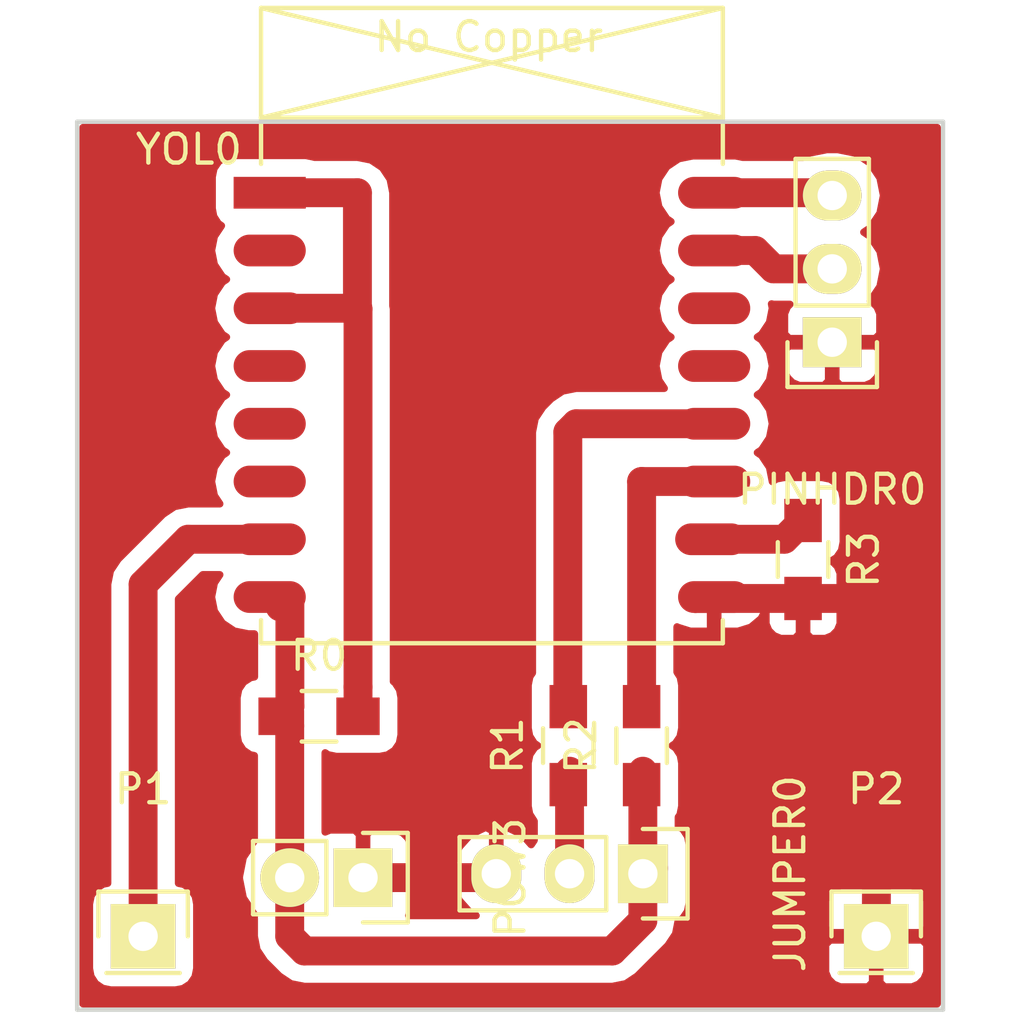
<source format=kicad_pcb>
(kicad_pcb (version 4) (host pcbnew 4.0.2-stable)

  (general
    (links 18)
    (no_connects 0)
    (area 156.924999 90.174999 187.075001 121.075001)
    (thickness 1.6)
    (drawings 4)
    (tracks 51)
    (zones 0)
    (modules 10)
    (nets 11)
  )

  (page A4)
  (layers
    (0 F.Cu signal)
    (31 B.Cu signal)
    (32 B.Adhes user)
    (33 F.Adhes user)
    (34 B.Paste user)
    (35 F.Paste user)
    (36 B.SilkS user)
    (37 F.SilkS user)
    (38 B.Mask user)
    (39 F.Mask user)
    (40 Dwgs.User user)
    (41 Cmts.User user)
    (42 Eco1.User user)
    (43 Eco2.User user)
    (44 Edge.Cuts user)
    (45 Margin user)
    (46 B.CrtYd user)
    (47 F.CrtYd user)
    (48 B.Fab user)
    (49 F.Fab user)
  )

  (setup
    (last_trace_width 1)
    (trace_clearance 0.6)
    (zone_clearance 0)
    (zone_45_only yes)
    (trace_min 1)
    (segment_width 0.2)
    (edge_width 0.15)
    (via_size 1)
    (via_drill 0.6)
    (via_min_size 1)
    (via_min_drill 0.6)
    (uvia_size 1)
    (uvia_drill 0.6)
    (uvias_allowed no)
    (uvia_min_size 1)
    (uvia_min_drill 0.6)
    (pcb_text_width 0.3)
    (pcb_text_size 1.5 1.5)
    (mod_edge_width 0.15)
    (mod_text_size 1 1)
    (mod_text_width 0.15)
    (pad_size 1.524 1.524)
    (pad_drill 0.762)
    (pad_to_mask_clearance 0.2)
    (aux_axis_origin 157 121)
    (grid_origin 179.096 118.46)
    (visible_elements FFFFFF7F)
    (pcbplotparams
      (layerselection 0x00030_ffffffff)
      (usegerberextensions false)
      (excludeedgelayer true)
      (linewidth 0.100000)
      (plotframeref false)
      (viasonmask false)
      (mode 1)
      (useauxorigin false)
      (hpglpennumber 1)
      (hpglpenspeed 20)
      (hpglpendiameter 15)
      (hpglpenoverlay 2)
      (psnegative false)
      (psa4output false)
      (plotreference true)
      (plotvalue true)
      (plotinvisibletext false)
      (padsonsilk false)
      (subtractmaskfromsilk false)
      (outputformat 1)
      (mirror false)
      (drillshape 1)
      (scaleselection 1)
      (outputdirectory ""))
  )

  (net 0 "")
  (net 1 +3V3)
  (net 2 "Net-(JUMPER0-Pad2)")
  (net 3 GND)
  (net 4 "Net-(PINHDR0-Pad2)")
  (net 5 "Net-(PINHDR0-Pad3)")
  (net 6 "Net-(R0-Pad2)")
  (net 7 "Net-(R1-Pad2)")
  (net 8 "Net-(R2-Pad2)")
  (net 9 "Net-(R3-Pad1)")
  (net 10 "Net-(P1-Pad1)")

  (net_class Default "This is the default net class."
    (clearance 0.6)
    (trace_width 1)
    (via_dia 1)
    (via_drill 0.6)
    (uvia_dia 1)
    (uvia_drill 0.6)
    (add_net +3V3)
    (add_net GND)
    (add_net "Net-(JUMPER0-Pad2)")
    (add_net "Net-(P1-Pad1)")
    (add_net "Net-(PINHDR0-Pad2)")
    (add_net "Net-(PINHDR0-Pad3)")
    (add_net "Net-(R0-Pad2)")
    (add_net "Net-(R1-Pad2)")
    (add_net "Net-(R2-Pad2)")
    (add_net "Net-(R3-Pad1)")
  )

  (module Pin_Headers:Pin_Header_Straight_1x03 (layer F.Cu) (tedit 0) (tstamp 576EFA0D)
    (at 176.6 116.292 270)
    (descr "Through hole pin header")
    (tags "pin header")
    (path /576EEEE2)
    (fp_text reference JUMPER0 (at 0 -5.1 270) (layer F.SilkS)
      (effects (font (size 1 1) (thickness 0.15)))
    )
    (fp_text value JUMPER3 (at 0 -3.1 270) (layer F.Fab)
      (effects (font (size 1 1) (thickness 0.15)))
    )
    (fp_line (start -1.75 -1.75) (end -1.75 6.85) (layer F.CrtYd) (width 0.05))
    (fp_line (start 1.75 -1.75) (end 1.75 6.85) (layer F.CrtYd) (width 0.05))
    (fp_line (start -1.75 -1.75) (end 1.75 -1.75) (layer F.CrtYd) (width 0.05))
    (fp_line (start -1.75 6.85) (end 1.75 6.85) (layer F.CrtYd) (width 0.05))
    (fp_line (start -1.27 1.27) (end -1.27 6.35) (layer F.SilkS) (width 0.15))
    (fp_line (start -1.27 6.35) (end 1.27 6.35) (layer F.SilkS) (width 0.15))
    (fp_line (start 1.27 6.35) (end 1.27 1.27) (layer F.SilkS) (width 0.15))
    (fp_line (start 1.55 -1.55) (end 1.55 0) (layer F.SilkS) (width 0.15))
    (fp_line (start 1.27 1.27) (end -1.27 1.27) (layer F.SilkS) (width 0.15))
    (fp_line (start -1.55 0) (end -1.55 -1.55) (layer F.SilkS) (width 0.15))
    (fp_line (start -1.55 -1.55) (end 1.55 -1.55) (layer F.SilkS) (width 0.15))
    (pad 1 thru_hole rect (at 0 0 270) (size 2.032 1.7272) (drill 1.016) (layers *.Cu *.Mask F.SilkS)
      (net 1 +3V3))
    (pad 2 thru_hole oval (at 0 2.54 270) (size 2.032 1.7272) (drill 1.016) (layers *.Cu *.Mask F.SilkS)
      (net 2 "Net-(JUMPER0-Pad2)"))
    (pad 3 thru_hole oval (at 0 5.08 270) (size 2.032 1.7272) (drill 1.016) (layers *.Cu *.Mask F.SilkS)
      (net 3 GND))
    (model Pin_Headers.3dshapes/Pin_Header_Straight_1x03.wrl
      (at (xyz 0 -0.1 0))
      (scale (xyz 1 1 1))
      (rotate (xyz 0 0 90))
    )
  )

  (module Pin_Headers:Pin_Header_Straight_1x03 (layer F.Cu) (tedit 0) (tstamp 576EFA14)
    (at 183.16 97.886 180)
    (descr "Through hole pin header")
    (tags "pin header")
    (path /576EF38A)
    (fp_text reference PINHDR0 (at 0 -5.1 180) (layer F.SilkS)
      (effects (font (size 1 1) (thickness 0.15)))
    )
    (fp_text value CONN_01X03 (at 0 -3.1 180) (layer F.Fab)
      (effects (font (size 1 1) (thickness 0.15)))
    )
    (fp_line (start -1.75 -1.75) (end -1.75 6.85) (layer F.CrtYd) (width 0.05))
    (fp_line (start 1.75 -1.75) (end 1.75 6.85) (layer F.CrtYd) (width 0.05))
    (fp_line (start -1.75 -1.75) (end 1.75 -1.75) (layer F.CrtYd) (width 0.05))
    (fp_line (start -1.75 6.85) (end 1.75 6.85) (layer F.CrtYd) (width 0.05))
    (fp_line (start -1.27 1.27) (end -1.27 6.35) (layer F.SilkS) (width 0.15))
    (fp_line (start -1.27 6.35) (end 1.27 6.35) (layer F.SilkS) (width 0.15))
    (fp_line (start 1.27 6.35) (end 1.27 1.27) (layer F.SilkS) (width 0.15))
    (fp_line (start 1.55 -1.55) (end 1.55 0) (layer F.SilkS) (width 0.15))
    (fp_line (start 1.27 1.27) (end -1.27 1.27) (layer F.SilkS) (width 0.15))
    (fp_line (start -1.55 0) (end -1.55 -1.55) (layer F.SilkS) (width 0.15))
    (fp_line (start -1.55 -1.55) (end 1.55 -1.55) (layer F.SilkS) (width 0.15))
    (pad 1 thru_hole rect (at 0 0 180) (size 2.032 1.7272) (drill 1.016) (layers *.Cu *.Mask F.SilkS)
      (net 3 GND))
    (pad 2 thru_hole oval (at 0 2.54 180) (size 2.032 1.7272) (drill 1.016) (layers *.Cu *.Mask F.SilkS)
      (net 4 "Net-(PINHDR0-Pad2)"))
    (pad 3 thru_hole oval (at 0 5.08 180) (size 2.032 1.7272) (drill 1.016) (layers *.Cu *.Mask F.SilkS)
      (net 5 "Net-(PINHDR0-Pad3)"))
    (model Pin_Headers.3dshapes/Pin_Header_Straight_1x03.wrl
      (at (xyz 0 -0.1 0))
      (scale (xyz 1 1 1))
      (rotate (xyz 0 0 90))
    )
  )

  (module Resistors_SMD:R_0805_HandSoldering (layer F.Cu) (tedit 54189DEE) (tstamp 576EFA1A)
    (at 165.38 110.84)
    (descr "Resistor SMD 0805, hand soldering")
    (tags "resistor 0805")
    (path /576EEFC6)
    (attr smd)
    (fp_text reference R0 (at 0 -2.1) (layer F.SilkS)
      (effects (font (size 1 1) (thickness 0.15)))
    )
    (fp_text value 22k (at 0 2.1) (layer F.Fab)
      (effects (font (size 1 1) (thickness 0.15)))
    )
    (fp_line (start -2.4 -1) (end 2.4 -1) (layer F.CrtYd) (width 0.05))
    (fp_line (start -2.4 1) (end 2.4 1) (layer F.CrtYd) (width 0.05))
    (fp_line (start -2.4 -1) (end -2.4 1) (layer F.CrtYd) (width 0.05))
    (fp_line (start 2.4 -1) (end 2.4 1) (layer F.CrtYd) (width 0.05))
    (fp_line (start 0.6 0.875) (end -0.6 0.875) (layer F.SilkS) (width 0.15))
    (fp_line (start -0.6 -0.875) (end 0.6 -0.875) (layer F.SilkS) (width 0.15))
    (pad 1 smd rect (at -1.35 0) (size 1.5 1.3) (layers F.Cu F.Paste F.Mask)
      (net 1 +3V3))
    (pad 2 smd rect (at 1.35 0) (size 1.5 1.3) (layers F.Cu F.Paste F.Mask)
      (net 6 "Net-(R0-Pad2)"))
    (model Resistors_SMD.3dshapes/R_0805_HandSoldering.wrl
      (at (xyz 0 0 0))
      (scale (xyz 1 1 1))
      (rotate (xyz 0 0 0))
    )
  )

  (module Resistors_SMD:R_0805_HandSoldering (layer F.Cu) (tedit 54189DEE) (tstamp 576EFA20)
    (at 174.016 111.856 90)
    (descr "Resistor SMD 0805, hand soldering")
    (tags "resistor 0805")
    (path /576EF2B5)
    (attr smd)
    (fp_text reference R1 (at 0 -2.1 90) (layer F.SilkS)
      (effects (font (size 1 1) (thickness 0.15)))
    )
    (fp_text value 22k (at 0 2.1 90) (layer F.Fab)
      (effects (font (size 1 1) (thickness 0.15)))
    )
    (fp_line (start -2.4 -1) (end 2.4 -1) (layer F.CrtYd) (width 0.05))
    (fp_line (start -2.4 1) (end 2.4 1) (layer F.CrtYd) (width 0.05))
    (fp_line (start -2.4 -1) (end -2.4 1) (layer F.CrtYd) (width 0.05))
    (fp_line (start 2.4 -1) (end 2.4 1) (layer F.CrtYd) (width 0.05))
    (fp_line (start 0.6 0.875) (end -0.6 0.875) (layer F.SilkS) (width 0.15))
    (fp_line (start -0.6 -0.875) (end 0.6 -0.875) (layer F.SilkS) (width 0.15))
    (pad 1 smd rect (at -1.35 0 90) (size 1.5 1.3) (layers F.Cu F.Paste F.Mask)
      (net 2 "Net-(JUMPER0-Pad2)"))
    (pad 2 smd rect (at 1.35 0 90) (size 1.5 1.3) (layers F.Cu F.Paste F.Mask)
      (net 7 "Net-(R1-Pad2)"))
    (model Resistors_SMD.3dshapes/R_0805_HandSoldering.wrl
      (at (xyz 0 0 0))
      (scale (xyz 1 1 1))
      (rotate (xyz 0 0 0))
    )
  )

  (module Resistors_SMD:R_0805_HandSoldering (layer F.Cu) (tedit 54189DEE) (tstamp 576EFA26)
    (at 176.556 111.856 90)
    (descr "Resistor SMD 0805, hand soldering")
    (tags "resistor 0805")
    (path /576EFEF6)
    (attr smd)
    (fp_text reference R2 (at 0 -2.1 90) (layer F.SilkS)
      (effects (font (size 1 1) (thickness 0.15)))
    )
    (fp_text value R (at 0 2.1 90) (layer F.Fab)
      (effects (font (size 1 1) (thickness 0.15)))
    )
    (fp_line (start -2.4 -1) (end 2.4 -1) (layer F.CrtYd) (width 0.05))
    (fp_line (start -2.4 1) (end 2.4 1) (layer F.CrtYd) (width 0.05))
    (fp_line (start -2.4 -1) (end -2.4 1) (layer F.CrtYd) (width 0.05))
    (fp_line (start 2.4 -1) (end 2.4 1) (layer F.CrtYd) (width 0.05))
    (fp_line (start 0.6 0.875) (end -0.6 0.875) (layer F.SilkS) (width 0.15))
    (fp_line (start -0.6 -0.875) (end 0.6 -0.875) (layer F.SilkS) (width 0.15))
    (pad 1 smd rect (at -1.35 0 90) (size 1.5 1.3) (layers F.Cu F.Paste F.Mask)
      (net 1 +3V3))
    (pad 2 smd rect (at 1.35 0 90) (size 1.5 1.3) (layers F.Cu F.Paste F.Mask)
      (net 8 "Net-(R2-Pad2)"))
    (model Resistors_SMD.3dshapes/R_0805_HandSoldering.wrl
      (at (xyz 0 0 0))
      (scale (xyz 1 1 1))
      (rotate (xyz 0 0 0))
    )
  )

  (module Resistors_SMD:R_0805_HandSoldering (layer F.Cu) (tedit 54189DEE) (tstamp 576EFA2C)
    (at 182.15 105.41 270)
    (descr "Resistor SMD 0805, hand soldering")
    (tags "resistor 0805")
    (path /576F00C3)
    (attr smd)
    (fp_text reference R3 (at 0 -2.1 270) (layer F.SilkS)
      (effects (font (size 1 1) (thickness 0.15)))
    )
    (fp_text value R (at 0 2.1 270) (layer F.Fab)
      (effects (font (size 1 1) (thickness 0.15)))
    )
    (fp_line (start -2.4 -1) (end 2.4 -1) (layer F.CrtYd) (width 0.05))
    (fp_line (start -2.4 1) (end 2.4 1) (layer F.CrtYd) (width 0.05))
    (fp_line (start -2.4 -1) (end -2.4 1) (layer F.CrtYd) (width 0.05))
    (fp_line (start 2.4 -1) (end 2.4 1) (layer F.CrtYd) (width 0.05))
    (fp_line (start 0.6 0.875) (end -0.6 0.875) (layer F.SilkS) (width 0.15))
    (fp_line (start -0.6 -0.875) (end 0.6 -0.875) (layer F.SilkS) (width 0.15))
    (pad 1 smd rect (at -1.35 0 270) (size 1.5 1.3) (layers F.Cu F.Paste F.Mask)
      (net 9 "Net-(R3-Pad1)"))
    (pad 2 smd rect (at 1.35 0 270) (size 1.5 1.3) (layers F.Cu F.Paste F.Mask)
      (net 3 GND))
    (model Resistors_SMD.3dshapes/R_0805_HandSoldering.wrl
      (at (xyz 0 0 0))
      (scale (xyz 1 1 1))
      (rotate (xyz 0 0 0))
    )
  )

  (module Pin_Headers:Pin_Header_Straight_1x02 (layer F.Cu) (tedit 54EA090C) (tstamp 576EFF02)
    (at 166.904 116.428 270)
    (descr "Through hole pin header")
    (tags "pin header")
    (path /576F09F5)
    (fp_text reference POW3 (at 0 -5.1 270) (layer F.SilkS)
      (effects (font (size 1 1) (thickness 0.15)))
    )
    (fp_text value CONN_01X02 (at 0 -3.1 270) (layer F.Fab)
      (effects (font (size 1 1) (thickness 0.15)))
    )
    (fp_line (start 1.27 1.27) (end 1.27 3.81) (layer F.SilkS) (width 0.15))
    (fp_line (start 1.55 -1.55) (end 1.55 0) (layer F.SilkS) (width 0.15))
    (fp_line (start -1.75 -1.75) (end -1.75 4.3) (layer F.CrtYd) (width 0.05))
    (fp_line (start 1.75 -1.75) (end 1.75 4.3) (layer F.CrtYd) (width 0.05))
    (fp_line (start -1.75 -1.75) (end 1.75 -1.75) (layer F.CrtYd) (width 0.05))
    (fp_line (start -1.75 4.3) (end 1.75 4.3) (layer F.CrtYd) (width 0.05))
    (fp_line (start 1.27 1.27) (end -1.27 1.27) (layer F.SilkS) (width 0.15))
    (fp_line (start -1.55 0) (end -1.55 -1.55) (layer F.SilkS) (width 0.15))
    (fp_line (start -1.55 -1.55) (end 1.55 -1.55) (layer F.SilkS) (width 0.15))
    (fp_line (start -1.27 1.27) (end -1.27 3.81) (layer F.SilkS) (width 0.15))
    (fp_line (start -1.27 3.81) (end 1.27 3.81) (layer F.SilkS) (width 0.15))
    (pad 1 thru_hole rect (at 0 0 270) (size 2.032 2.032) (drill 1.016) (layers *.Cu *.Mask F.SilkS)
      (net 3 GND))
    (pad 2 thru_hole oval (at 0 2.54 270) (size 2.032 2.032) (drill 1.016) (layers *.Cu *.Mask F.SilkS)
      (net 1 +3V3))
    (model Pin_Headers.3dshapes/Pin_Header_Straight_1x02.wrl
      (at (xyz 0 -0.05 0))
      (scale (xyz 1 1 1))
      (rotate (xyz 0 0 90))
    )
  )

  (module Pin_Headers:Pin_Header_Straight_1x01 (layer F.Cu) (tedit 54EA08DC) (tstamp 576F00C0)
    (at 159.284 118.46)
    (descr "Through hole pin header")
    (tags "pin header")
    (path /576F0E65)
    (fp_text reference P1 (at 0 -5.1) (layer F.SilkS)
      (effects (font (size 1 1) (thickness 0.15)))
    )
    (fp_text value CONN_01X01 (at 0 -3.1) (layer F.Fab)
      (effects (font (size 1 1) (thickness 0.15)))
    )
    (fp_line (start 1.55 -1.55) (end 1.55 0) (layer F.SilkS) (width 0.15))
    (fp_line (start -1.75 -1.75) (end -1.75 1.75) (layer F.CrtYd) (width 0.05))
    (fp_line (start 1.75 -1.75) (end 1.75 1.75) (layer F.CrtYd) (width 0.05))
    (fp_line (start -1.75 -1.75) (end 1.75 -1.75) (layer F.CrtYd) (width 0.05))
    (fp_line (start -1.75 1.75) (end 1.75 1.75) (layer F.CrtYd) (width 0.05))
    (fp_line (start -1.55 0) (end -1.55 -1.55) (layer F.SilkS) (width 0.15))
    (fp_line (start -1.55 -1.55) (end 1.55 -1.55) (layer F.SilkS) (width 0.15))
    (fp_line (start -1.27 1.27) (end 1.27 1.27) (layer F.SilkS) (width 0.15))
    (pad 1 thru_hole rect (at 0 0) (size 2.2352 2.2352) (drill 1.016) (layers *.Cu *.Mask F.SilkS)
      (net 10 "Net-(P1-Pad1)"))
    (model Pin_Headers.3dshapes/Pin_Header_Straight_1x01.wrl
      (at (xyz 0 0 0))
      (scale (xyz 1 1 1))
      (rotate (xyz 0 0 90))
    )
  )

  (module Pin_Headers:Pin_Header_Straight_1x01 (layer F.Cu) (tedit 54EA08DC) (tstamp 576F00C5)
    (at 184.684 118.46)
    (descr "Through hole pin header")
    (tags "pin header")
    (path /576F0F21)
    (fp_text reference P2 (at 0 -5.1) (layer F.SilkS)
      (effects (font (size 1 1) (thickness 0.15)))
    )
    (fp_text value CONN_01X01 (at 0 -3.1) (layer F.Fab)
      (effects (font (size 1 1) (thickness 0.15)))
    )
    (fp_line (start 1.55 -1.55) (end 1.55 0) (layer F.SilkS) (width 0.15))
    (fp_line (start -1.75 -1.75) (end -1.75 1.75) (layer F.CrtYd) (width 0.05))
    (fp_line (start 1.75 -1.75) (end 1.75 1.75) (layer F.CrtYd) (width 0.05))
    (fp_line (start -1.75 -1.75) (end 1.75 -1.75) (layer F.CrtYd) (width 0.05))
    (fp_line (start -1.75 1.75) (end 1.75 1.75) (layer F.CrtYd) (width 0.05))
    (fp_line (start -1.55 0) (end -1.55 -1.55) (layer F.SilkS) (width 0.15))
    (fp_line (start -1.55 -1.55) (end 1.55 -1.55) (layer F.SilkS) (width 0.15))
    (fp_line (start -1.27 1.27) (end 1.27 1.27) (layer F.SilkS) (width 0.15))
    (pad 1 thru_hole rect (at 0 0) (size 2.2352 2.2352) (drill 1.016) (layers *.Cu *.Mask F.SilkS)
      (net 3 GND))
    (model Pin_Headers.3dshapes/Pin_Header_Straight_1x01.wrl
      (at (xyz 0 0 0))
      (scale (xyz 1 1 1))
      (rotate (xyz 0 0 90))
    )
  )

  (module ESP8266SMD:ESP-07v2_smd (layer F.Cu) (tedit 576FBDD6) (tstamp 576FC1CB)
    (at 164.37 92.71)
    (descr "Module, ESP-8266, ESP-07v2, 16 pad, SMD")
    (tags "Module ESP-8266 ESP8266")
    (path /576EECF6)
    (fp_text reference YOL0 (at -3.5 -1.5) (layer F.SilkS)
      (effects (font (size 1 1) (thickness 0.15)))
    )
    (fp_text value ESP-07v2 (at 7.25 2.25) (layer F.Fab)
      (effects (font (size 1 1) (thickness 0.15)))
    )
    (fp_line (start -2.25 -0.5) (end -2.25 -6.65) (layer F.CrtYd) (width 0.05))
    (fp_line (start -2.25 -6.65) (end 16.25 -6.65) (layer F.CrtYd) (width 0.05))
    (fp_line (start 16.25 -6.65) (end 16.25 16) (layer F.CrtYd) (width 0.05))
    (fp_line (start 16.25 16) (end -2.25 16) (layer F.CrtYd) (width 0.05))
    (fp_line (start -2.25 16) (end -2.25 -0.5) (layer F.CrtYd) (width 0.05))
    (fp_line (start -1 -6.4) (end 15 -6.4) (layer F.SilkS) (width 0.1524))
    (fp_line (start 15 -6.4) (end 15 -1) (layer F.SilkS) (width 0.1524))
    (fp_line (start -1 -6.4) (end -1 -1) (layer F.SilkS) (width 0.1524))
    (fp_line (start -1 14.8) (end -1 15.6) (layer F.SilkS) (width 0.1524))
    (fp_line (start -1 15.6) (end 15 15.6) (layer F.SilkS) (width 0.1524))
    (fp_line (start 15 15.6) (end 15 14.8) (layer F.SilkS) (width 0.1524))
    (fp_line (start 15 -6.4) (end -1 -2.6) (layer F.SilkS) (width 0.1524))
    (fp_line (start -1 -6.4) (end 15 -2.6) (layer F.SilkS) (width 0.1524))
    (fp_text user "No Copper" (at 6.892 -5.4) (layer F.SilkS)
      (effects (font (size 1 1) (thickness 0.15)))
    )
    (fp_line (start -1.008 -2.6) (end 14.992 -2.6) (layer F.SilkS) (width 0.1524))
    (fp_line (start 15 -6.4) (end 15 15.6) (layer F.Fab) (width 0.05))
    (fp_line (start 15 15.6) (end -1 15.6) (layer F.Fab) (width 0.05))
    (fp_line (start -1.008 15.6) (end -1.008 -6.4) (layer F.Fab) (width 0.05))
    (fp_line (start -1 -6.4) (end 15 -6.4) (layer F.Fab) (width 0.05))
    (pad 1 smd rect (at 0 0) (size 2.5 1.1) (drill (offset -0.7 0)) (layers F.Cu F.Paste F.Mask)
      (net 6 "Net-(R0-Pad2)"))
    (pad 2 smd oval (at 0 2) (size 2.5 1.1) (drill (offset -0.7 0)) (layers F.Cu F.Paste F.Mask))
    (pad 3 smd oval (at 0 4) (size 2.5 1.1) (drill (offset -0.7 0)) (layers F.Cu F.Paste F.Mask)
      (net 6 "Net-(R0-Pad2)"))
    (pad 4 smd oval (at 0 6) (size 2.5 1.1) (drill (offset -0.7 0)) (layers F.Cu F.Paste F.Mask))
    (pad 5 smd oval (at 0 8) (size 2.5 1.1) (drill (offset -0.7 0)) (layers F.Cu F.Paste F.Mask))
    (pad 6 smd oval (at 0 10) (size 2.5 1.1) (drill (offset -0.7 0)) (layers F.Cu F.Paste F.Mask))
    (pad 7 smd oval (at 0 12) (size 2.5 1.1) (drill (offset -0.7 0)) (layers F.Cu F.Paste F.Mask)
      (net 10 "Net-(P1-Pad1)"))
    (pad 8 smd oval (at 0 14) (size 2.5 1.1) (drill (offset -0.7 0)) (layers F.Cu F.Paste F.Mask)
      (net 1 +3V3))
    (pad 9 smd oval (at 14 14) (size 2.5 1.1) (drill (offset 0.7 0)) (layers F.Cu F.Paste F.Mask)
      (net 3 GND))
    (pad 10 smd oval (at 14 12) (size 2.5 1.1) (drill (offset 0.6 0)) (layers F.Cu F.Paste F.Mask)
      (net 9 "Net-(R3-Pad1)"))
    (pad 11 smd oval (at 14 10) (size 2.5 1.1) (drill (offset 0.7 0)) (layers F.Cu F.Paste F.Mask)
      (net 8 "Net-(R2-Pad2)"))
    (pad 12 smd oval (at 14 8) (size 2.5 1.1) (drill (offset 0.7 0)) (layers F.Cu F.Paste F.Mask)
      (net 7 "Net-(R1-Pad2)"))
    (pad 13 smd oval (at 14 6) (size 2.5 1.1) (drill (offset 0.7 0)) (layers F.Cu F.Paste F.Mask))
    (pad 14 smd oval (at 14 4) (size 2.5 1.1) (drill (offset 0.7 0)) (layers F.Cu F.Paste F.Mask))
    (pad 15 smd oval (at 14 2) (size 2.5 1.1) (drill (offset 0.7 0)) (layers F.Cu F.Paste F.Mask)
      (net 4 "Net-(PINHDR0-Pad2)"))
    (pad 16 smd oval (at 14 0) (size 2.5 1.1) (drill (offset 0.7 0)) (layers F.Cu F.Paste F.Mask)
      (net 5 "Net-(PINHDR0-Pad3)"))
    (model ${ESPLIB}/ESP8266.3dshapes/ESP-07v2.wrl
      (at (xyz 0 0 0))
      (scale (xyz 0.3937 0.3937 0.3937))
      (rotate (xyz 0 0 0))
    )
  )

  (gr_line (start 157 90.25) (end 157 121) (angle 90) (layer Edge.Cuts) (width 0.15))
  (gr_line (start 187 90.25) (end 187 121) (angle 90) (layer Edge.Cuts) (width 0.15))
  (gr_line (start 187 90.25) (end 157 90.25) (angle 90) (layer Edge.Cuts) (width 0.15))
  (gr_line (start 157 121) (end 187 121) (angle 90) (layer Edge.Cuts) (width 0.15))

  (segment (start 164.364 116.428) (end 164.364 118.46) (width 1) (layer F.Cu) (net 1))
  (segment (start 176.6 117.908) (end 176.6 116.292) (width 1) (layer F.Cu) (net 1) (tstamp 576FBC3D))
  (segment (start 175.54 118.968) (end 176.6 117.908) (width 1) (layer F.Cu) (net 1) (tstamp 576FBC3A))
  (segment (start 164.872 118.968) (end 175.54 118.968) (width 1) (layer F.Cu) (net 1) (tstamp 576FBC31))
  (segment (start 164.364 118.46) (end 164.872 118.968) (width 1) (layer F.Cu) (net 1) (tstamp 576FBC30))
  (segment (start 164.364 116.428) (end 164.364 110.666) (width 1) (layer F.Cu) (net 1))
  (segment (start 164.364 111.174) (end 164.03 110.84) (width 1) (layer F.Cu) (net 1) (tstamp 576FBB41))
  (segment (start 164.37 106.71) (end 164.37 110.5) (width 1) (layer F.Cu) (net 1))
  (segment (start 164.37 110.5) (end 164.03 110.84) (width 1) (layer F.Cu) (net 1) (tstamp 576FBB3D))
  (segment (start 164.03 107.05) (end 164.37 106.71) (width 1) (layer F.Cu) (net 1) (tstamp 576FB5A0))
  (segment (start 176.97 116.102) (end 176.94 116.132) (width 1) (layer F.Cu) (net 1) (tstamp 576F0744) (status 30))
  (segment (start 176.6 116.292) (end 176.6 112.742) (width 1) (layer F.Cu) (net 1))
  (segment (start 176.6 113.25) (end 176.556 113.206) (width 1) (layer F.Cu) (net 1) (tstamp 576FB2B3))
  (segment (start 176.97 116.102) (end 176.94 116.132) (width 0.25) (layer F.Cu) (net 1) (tstamp 576F012E) (status 30))
  (segment (start 164.37 116.332) (end 164.37 116.862) (width 1) (layer F.Cu) (net 1))
  (segment (start 164.21 116.492) (end 164.37 116.332) (width 1) (layer F.Cu) (net 1) (tstamp 576F05B3))
  (segment (start 174.06 116.292) (end 174.06 112.742) (width 1) (layer F.Cu) (net 2))
  (segment (start 174.06 113.25) (end 174.016 113.206) (width 1) (layer F.Cu) (net 2) (tstamp 576FB2AF))
  (segment (start 182.15 106.76) (end 178.42 106.76) (width 1) (layer F.Cu) (net 3))
  (segment (start 178.42 106.76) (end 178.37 106.71) (width 1) (layer F.Cu) (net 3) (tstamp 576FC276))
  (segment (start 182.15 106.76) (end 184.684 106.76) (width 1) (layer F.Cu) (net 3))
  (segment (start 184.684 106.76) (end 184.734 106.76) (width 1) (layer F.Cu) (net 3) (tstamp 576FC28F))
  (segment (start 184.734 106.76) (end 184.75 106.776) (width 1) (layer F.Cu) (net 3) (tstamp 576FBAB6))
  (segment (start 184.684 118.46) (end 184.75 106.776) (width 1) (layer F.Cu) (net 3) (status 10))
  (segment (start 166.904 116.428) (end 171.384 116.428) (width 1) (layer F.Cu) (net 3))
  (segment (start 171.384 116.428) (end 171.52 116.292) (width 1) (layer F.Cu) (net 3) (tstamp 576FB59C))
  (segment (start 184.434 118.21) (end 184.684 118.46) (width 1) (layer F.Cu) (net 3) (tstamp 576F0BF3) (status 30))
  (segment (start 178.42 106.76) (end 178.37 106.71) (width 1) (layer F.Cu) (net 3) (tstamp 576F0741))
  (segment (start 182.1 106.71) (end 182.15 106.76) (width 0.25) (layer F.Cu) (net 3) (tstamp 576F0129))
  (segment (start 178.37 94.71) (end 180.492 94.71) (width 1) (layer F.Cu) (net 4))
  (segment (start 181.128 95.346) (end 183.16 95.346) (width 1) (layer F.Cu) (net 4) (tstamp 576FC29D))
  (segment (start 180.492 94.71) (end 181.128 95.346) (width 1) (layer F.Cu) (net 4) (tstamp 576FC29C))
  (segment (start 178.37 92.71) (end 183.064 92.71) (width 1) (layer F.Cu) (net 5))
  (segment (start 183.064 92.71) (end 183.16 92.806) (width 1) (layer F.Cu) (net 5) (tstamp 576FC295))
  (segment (start 166.73 110.84) (end 166.73 109.824) (width 1) (layer F.Cu) (net 6))
  (segment (start 166.73 96.73) (end 166.71 96.71) (width 1) (layer F.Cu) (net 6) (tstamp 576FB5A3))
  (segment (start 166.73 109.824) (end 166.73 96.73) (width 1) (layer F.Cu) (net 6))
  (segment (start 164.37 92.71) (end 166.71 92.71) (width 1) (layer F.Cu) (net 6))
  (segment (start 166.71 92.71) (end 166.71 96.71) (width 1) (layer F.Cu) (net 6) (tstamp 576F0975))
  (segment (start 164.37 96.71) (end 166.71 96.71) (width 1) (layer F.Cu) (net 6))
  (segment (start 178.37 100.71) (end 174.29 100.71) (width 1) (layer F.Cu) (net 7))
  (segment (start 174.29 100.71) (end 174 101) (width 1) (layer F.Cu) (net 7) (tstamp 576F08EC))
  (segment (start 174 101) (end 174 110.65) (width 1) (layer F.Cu) (net 7) (tstamp 576F08F0))
  (segment (start 176.556 110.506) (end 176.556 102.712) (width 1) (layer F.Cu) (net 8))
  (segment (start 176.558 102.71) (end 178.37 102.71) (width 1) (layer F.Cu) (net 8) (tstamp 576FB279))
  (segment (start 176.556 102.712) (end 176.558 102.71) (width 1) (layer F.Cu) (net 8) (tstamp 576FB278))
  (segment (start 178.37 104.71) (end 181.5 104.71) (width 1) (layer F.Cu) (net 9))
  (segment (start 181.5 104.71) (end 182.15 104.06) (width 1) (layer F.Cu) (net 9) (tstamp 576F073E))
  (segment (start 164.37 104.71) (end 160.842 104.71) (width 1) (layer F.Cu) (net 10))
  (segment (start 159.284 106.268) (end 159.284 118.46) (width 1) (layer F.Cu) (net 10) (tstamp 576FC2D3))
  (segment (start 160.842 104.71) (end 159.284 106.268) (width 1) (layer F.Cu) (net 10) (tstamp 576FC2D2))

  (zone (net 3) (net_name GND) (layer F.Cu) (tstamp 576FAD94) (hatch edge 0.508)
    (connect_pads (clearance 0))
    (min_thickness 0.254)
    (fill yes (arc_segments 16) (thermal_gap 0.508) (thermal_bridge_width 0.508))
    (polygon
      (pts
        (xy 188.5 121.5) (xy 155.5 121.5) (xy 156 89) (xy 188.5 89) (xy 188.5 121.5)
      )
    )
    (filled_polygon
      (pts
        (xy 186.798 120.798) (xy 157.202 120.798) (xy 157.202 117.3424) (xy 157.425158 117.3424) (xy 157.425158 119.5776)
        (xy 157.475851 119.84701) (xy 157.635072 120.094446) (xy 157.878015 120.260443) (xy 158.1664 120.318842) (xy 160.4016 120.318842)
        (xy 160.67101 120.268149) (xy 160.918446 120.108928) (xy 161.084443 119.865985) (xy 161.142842 119.5776) (xy 161.142842 117.3424)
        (xy 161.092149 117.07299) (xy 160.932928 116.825554) (xy 160.689985 116.659557) (xy 160.511 116.623312) (xy 160.511 106.77624)
        (xy 161.35024 105.937) (xy 161.941446 105.937) (xy 161.751474 106.221313) (xy 161.654268 106.71) (xy 161.751474 107.198687)
        (xy 162.028293 107.612975) (xy 162.442581 107.889794) (xy 162.931268 107.987) (xy 163.143 107.987) (xy 163.143 109.474536)
        (xy 163.01059 109.499451) (xy 162.763154 109.658672) (xy 162.597157 109.901615) (xy 162.538758 110.19) (xy 162.538758 111.49)
        (xy 162.589451 111.75941) (xy 162.748672 112.006846) (xy 162.991615 112.172843) (xy 163.137 112.202284) (xy 163.137 115.1577)
        (xy 163.131513 115.161366) (xy 162.753678 115.726836) (xy 162.621 116.393853) (xy 162.621 116.462147) (xy 162.753678 117.129164)
        (xy 163.131513 117.694634) (xy 163.137 117.6983) (xy 163.137 118.46) (xy 163.2304 118.929553) (xy 163.49638 119.32762)
        (xy 164.00438 119.83562) (xy 164.402447 120.1016) (xy 164.872 120.195) (xy 175.54 120.195) (xy 176.009553 120.1016)
        (xy 176.40762 119.83562) (xy 177.46762 118.77562) (xy 177.487578 118.74575) (xy 182.9314 118.74575) (xy 182.9314 119.70391)
        (xy 183.028073 119.937299) (xy 183.206702 120.115927) (xy 183.440091 120.2126) (xy 184.39825 120.2126) (xy 184.557 120.05385)
        (xy 184.557 118.587) (xy 184.811 118.587) (xy 184.811 120.05385) (xy 184.96975 120.2126) (xy 185.927909 120.2126)
        (xy 186.161298 120.115927) (xy 186.339927 119.937299) (xy 186.4366 119.70391) (xy 186.4366 118.74575) (xy 186.27785 118.587)
        (xy 184.811 118.587) (xy 184.557 118.587) (xy 183.09015 118.587) (xy 182.9314 118.74575) (xy 177.487578 118.74575)
        (xy 177.7336 118.377553) (xy 177.820141 117.942482) (xy 177.980446 117.839328) (xy 178.146443 117.596385) (xy 178.204842 117.308)
        (xy 178.204842 117.21609) (xy 182.9314 117.21609) (xy 182.9314 118.17425) (xy 183.09015 118.333) (xy 184.557 118.333)
        (xy 184.557 116.86615) (xy 184.811 116.86615) (xy 184.811 118.333) (xy 186.27785 118.333) (xy 186.4366 118.17425)
        (xy 186.4366 117.21609) (xy 186.339927 116.982701) (xy 186.161298 116.804073) (xy 185.927909 116.7074) (xy 184.96975 116.7074)
        (xy 184.811 116.86615) (xy 184.557 116.86615) (xy 184.39825 116.7074) (xy 183.440091 116.7074) (xy 183.206702 116.804073)
        (xy 183.028073 116.982701) (xy 182.9314 117.21609) (xy 178.204842 117.21609) (xy 178.204842 115.276) (xy 178.154149 115.00659)
        (xy 177.994928 114.759154) (xy 177.827 114.644413) (xy 177.827 114.334895) (xy 177.888843 114.244385) (xy 177.947242 113.956)
        (xy 177.947242 112.456) (xy 177.896549 112.18659) (xy 177.737328 111.939154) (xy 177.61587 111.856165) (xy 177.722846 111.787328)
        (xy 177.888843 111.544385) (xy 177.947242 111.256) (xy 177.947242 109.756) (xy 177.896549 109.48659) (xy 177.783 109.31013)
        (xy 177.783 107.742677) (xy 177.799187 107.756196) (xy 178.243 107.895) (xy 178.943 107.895) (xy 178.943 106.837)
        (xy 179.197 106.837) (xy 179.197 107.895) (xy 179.897 107.895) (xy 180.340813 107.756196) (xy 180.697724 107.458118)
        (xy 180.865 107.138594) (xy 180.865 107.636309) (xy 180.961673 107.869698) (xy 181.140301 108.048327) (xy 181.37369 108.145)
        (xy 181.86425 108.145) (xy 182.023 107.98625) (xy 182.023 106.887) (xy 182.277 106.887) (xy 182.277 107.98625)
        (xy 182.43575 108.145) (xy 182.92631 108.145) (xy 183.159699 108.048327) (xy 183.338327 107.869698) (xy 183.435 107.636309)
        (xy 183.435 107.04575) (xy 183.27625 106.887) (xy 182.277 106.887) (xy 182.023 106.887) (xy 181.02375 106.887)
        (xy 180.904524 107.006226) (xy 180.788361 106.837) (xy 179.197 106.837) (xy 178.943 106.837) (xy 178.923 106.837)
        (xy 178.923 106.583) (xy 178.943 106.583) (xy 178.943 106.563) (xy 179.197 106.563) (xy 179.197 106.583)
        (xy 180.788361 106.583) (xy 180.865 106.471352) (xy 180.865 106.47425) (xy 181.02375 106.633) (xy 182.023 106.633)
        (xy 182.023 106.613) (xy 182.277 106.613) (xy 182.277 106.633) (xy 183.27625 106.633) (xy 183.435 106.47425)
        (xy 183.435 105.883691) (xy 183.338327 105.650302) (xy 183.159699 105.471673) (xy 183.13207 105.460229) (xy 183.316846 105.341328)
        (xy 183.482843 105.098385) (xy 183.541242 104.81) (xy 183.541242 103.31) (xy 183.490549 103.04059) (xy 183.331328 102.793154)
        (xy 183.088385 102.627157) (xy 182.8 102.568758) (xy 181.5 102.568758) (xy 181.23059 102.619451) (xy 181.085124 102.713056)
        (xy 181.085732 102.71) (xy 180.988526 102.221313) (xy 180.711707 101.807025) (xy 180.566499 101.71) (xy 180.711707 101.612975)
        (xy 180.988526 101.198687) (xy 181.085732 100.71) (xy 180.988526 100.221313) (xy 180.711707 99.807025) (xy 180.566499 99.71)
        (xy 180.711707 99.612975) (xy 180.988526 99.198687) (xy 181.085732 98.71) (xy 180.988526 98.221313) (xy 180.955409 98.17175)
        (xy 181.509 98.17175) (xy 181.509 98.87591) (xy 181.605673 99.109299) (xy 181.784302 99.287927) (xy 182.017691 99.3846)
        (xy 182.87425 99.3846) (xy 183.033 99.22585) (xy 183.033 98.013) (xy 183.287 98.013) (xy 183.287 99.22585)
        (xy 183.44575 99.3846) (xy 184.302309 99.3846) (xy 184.535698 99.287927) (xy 184.714327 99.109299) (xy 184.811 98.87591)
        (xy 184.811 98.17175) (xy 184.65225 98.013) (xy 183.287 98.013) (xy 183.033 98.013) (xy 181.66775 98.013)
        (xy 181.509 98.17175) (xy 180.955409 98.17175) (xy 180.711707 97.807025) (xy 180.566499 97.71) (xy 180.711707 97.612975)
        (xy 180.988526 97.198687) (xy 181.085732 96.71) (xy 181.055617 96.558602) (xy 181.128 96.573) (xy 181.695375 96.573)
        (xy 181.605673 96.662701) (xy 181.509 96.89609) (xy 181.509 97.60025) (xy 181.66775 97.759) (xy 183.033 97.759)
        (xy 183.033 97.739) (xy 183.287 97.739) (xy 183.287 97.759) (xy 184.65225 97.759) (xy 184.811 97.60025)
        (xy 184.811 96.89609) (xy 184.714327 96.662701) (xy 184.535698 96.484073) (xy 184.478251 96.460278) (xy 184.81607 95.954696)
        (xy 184.937147 95.346) (xy 184.81607 94.737304) (xy 184.471271 94.221276) (xy 184.25385 94.076) (xy 184.471271 93.930724)
        (xy 184.81607 93.414696) (xy 184.937147 92.806) (xy 184.81607 92.197304) (xy 184.471271 91.681276) (xy 183.955243 91.336477)
        (xy 183.346547 91.2154) (xy 182.973453 91.2154) (xy 182.364757 91.336477) (xy 182.14547 91.483) (xy 180.060099 91.483)
        (xy 179.808732 91.433) (xy 178.331268 91.433) (xy 177.842581 91.530206) (xy 177.428293 91.807025) (xy 177.151474 92.221313)
        (xy 177.054268 92.71) (xy 177.151474 93.198687) (xy 177.428293 93.612975) (xy 177.573501 93.71) (xy 177.428293 93.807025)
        (xy 177.151474 94.221313) (xy 177.054268 94.71) (xy 177.151474 95.198687) (xy 177.428293 95.612975) (xy 177.573501 95.71)
        (xy 177.428293 95.807025) (xy 177.151474 96.221313) (xy 177.054268 96.71) (xy 177.151474 97.198687) (xy 177.428293 97.612975)
        (xy 177.573501 97.71) (xy 177.428293 97.807025) (xy 177.151474 98.221313) (xy 177.054268 98.71) (xy 177.151474 99.198687)
        (xy 177.341446 99.483) (xy 174.29 99.483) (xy 173.820447 99.5764) (xy 173.42238 99.84238) (xy 173.13238 100.13238)
        (xy 172.8664 100.530447) (xy 172.773 101) (xy 172.773 109.336126) (xy 172.683157 109.467615) (xy 172.624758 109.756)
        (xy 172.624758 111.256) (xy 172.675451 111.52541) (xy 172.834672 111.772846) (xy 172.95613 111.855835) (xy 172.849154 111.924672)
        (xy 172.683157 112.167615) (xy 172.624758 112.456) (xy 172.624758 113.956) (xy 172.675451 114.22541) (xy 172.833 114.470248)
        (xy 172.833 115.133796) (xy 172.730762 115.286806) (xy 172.422036 114.941268) (xy 171.894791 114.687291) (xy 171.879026 114.684642)
        (xy 171.647 114.805783) (xy 171.647 116.165) (xy 171.667 116.165) (xy 171.667 116.419) (xy 171.647 116.419)
        (xy 171.647 116.439) (xy 171.393 116.439) (xy 171.393 116.419) (xy 170.179076 116.419) (xy 170.034816 116.653913)
        (xy 170.228046 117.20632) (xy 170.617964 117.642732) (xy 170.821964 117.741) (xy 168.484297 117.741) (xy 168.555 117.570309)
        (xy 168.555 116.71375) (xy 168.39625 116.555) (xy 167.031 116.555) (xy 167.031 116.575) (xy 166.777 116.575)
        (xy 166.777 116.555) (xy 166.757 116.555) (xy 166.757 116.301) (xy 166.777 116.301) (xy 166.777 114.93575)
        (xy 167.031 114.93575) (xy 167.031 116.301) (xy 168.39625 116.301) (xy 168.555 116.14225) (xy 168.555 115.930087)
        (xy 170.034816 115.930087) (xy 170.179076 116.165) (xy 171.393 116.165) (xy 171.393 114.805783) (xy 171.160974 114.684642)
        (xy 171.145209 114.687291) (xy 170.617964 114.941268) (xy 170.228046 115.37768) (xy 170.034816 115.930087) (xy 168.555 115.930087)
        (xy 168.555 115.285691) (xy 168.458327 115.052302) (xy 168.279699 114.873673) (xy 168.04631 114.777) (xy 167.18975 114.777)
        (xy 167.031 114.93575) (xy 166.777 114.93575) (xy 166.61825 114.777) (xy 165.76169 114.777) (xy 165.591 114.847702)
        (xy 165.591 112.104095) (xy 165.691615 112.172843) (xy 165.98 112.231242) (xy 167.48 112.231242) (xy 167.74941 112.180549)
        (xy 167.996846 112.021328) (xy 168.162843 111.778385) (xy 168.221242 111.49) (xy 168.221242 110.19) (xy 168.170549 109.92059)
        (xy 168.011328 109.673154) (xy 167.957 109.636033) (xy 167.957 96.73) (xy 167.937 96.629453) (xy 167.937 92.71)
        (xy 167.8436 92.240447) (xy 167.57762 91.84238) (xy 167.179553 91.5764) (xy 166.71 91.483) (xy 165.216936 91.483)
        (xy 165.208385 91.477157) (xy 164.92 91.418758) (xy 162.42 91.418758) (xy 162.15059 91.469451) (xy 161.903154 91.628672)
        (xy 161.737157 91.871615) (xy 161.678758 92.16) (xy 161.678758 93.26) (xy 161.729451 93.52941) (xy 161.888672 93.776846)
        (xy 161.998374 93.851802) (xy 161.751474 94.221313) (xy 161.654268 94.71) (xy 161.751474 95.198687) (xy 162.028293 95.612975)
        (xy 162.173501 95.71) (xy 162.028293 95.807025) (xy 161.751474 96.221313) (xy 161.654268 96.71) (xy 161.751474 97.198687)
        (xy 162.028293 97.612975) (xy 162.173501 97.71) (xy 162.028293 97.807025) (xy 161.751474 98.221313) (xy 161.654268 98.71)
        (xy 161.751474 99.198687) (xy 162.028293 99.612975) (xy 162.173501 99.71) (xy 162.028293 99.807025) (xy 161.751474 100.221313)
        (xy 161.654268 100.71) (xy 161.751474 101.198687) (xy 162.028293 101.612975) (xy 162.173501 101.71) (xy 162.028293 101.807025)
        (xy 161.751474 102.221313) (xy 161.654268 102.71) (xy 161.751474 103.198687) (xy 161.941446 103.483) (xy 160.842 103.483)
        (xy 160.372448 103.576399) (xy 159.97438 103.84238) (xy 158.41638 105.40038) (xy 158.1504 105.798447) (xy 158.057 106.268)
        (xy 158.057 116.621743) (xy 157.89699 116.651851) (xy 157.649554 116.811072) (xy 157.483557 117.054015) (xy 157.425158 117.3424)
        (xy 157.202 117.3424) (xy 157.202 90.452) (xy 186.798 90.452)
      )
    )
  )
  (zone (net 0) (net_name "") (layer F.Cu) (tstamp 576FAF87) (hatch edge 0.508)
    (connect_pads (clearance 0))
    (min_thickness 0.254)
    (keepout (tracks allowed) (vias allowed) (copperpour not_allowed))
    (fill (arc_segments 16) (thermal_gap 0.508) (thermal_bridge_width 0.508))
    (polygon
      (pts
        (xy 178.3 107.6) (xy 176.8 107.6) (xy 176.8 104.6) (xy 178.3 104.6) (xy 178.3 107.6)
      )
    )
  )
)

</source>
